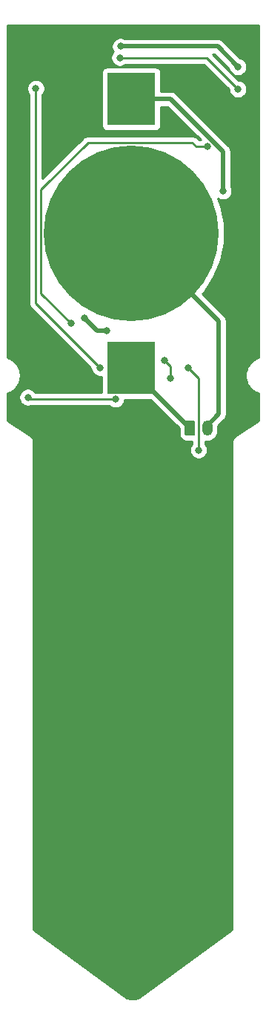
<source format=gbr>
G04 #@! TF.GenerationSoftware,KiCad,Pcbnew,(5.1.2-1)-1*
G04 #@! TF.CreationDate,2021-02-06T11:05:53+01:00*
G04 #@! TF.ProjectId,parasite,70617261-7369-4746-952e-6b696361645f,1.1.0*
G04 #@! TF.SameCoordinates,Original*
G04 #@! TF.FileFunction,Copper,L2,Bot*
G04 #@! TF.FilePolarity,Positive*
%FSLAX46Y46*%
G04 Gerber Fmt 4.6, Leading zero omitted, Abs format (unit mm)*
G04 Created by KiCad (PCBNEW (5.1.2-1)-1) date 2021-02-06 11:05:53*
%MOMM*%
%LPD*%
G04 APERTURE LIST*
%ADD10R,5.499999X6.000001*%
%ADD11C,20.000001*%
%ADD12O,1.200000X1.750000*%
%ADD13C,0.100000*%
%ADD14C,1.200000*%
%ADD15C,0.800000*%
%ADD16C,0.500000*%
%ADD17C,0.250000*%
%ADD18C,0.254000*%
G04 APERTURE END LIST*
D10*
X117800000Y-87600000D03*
X117800000Y-57000000D03*
D11*
X117800000Y-72300000D03*
D12*
X126500000Y-94500000D03*
D13*
G36*
X124874505Y-93626204D02*
G01*
X124898773Y-93629804D01*
X124922572Y-93635765D01*
X124945671Y-93644030D01*
X124967850Y-93654520D01*
X124988893Y-93667132D01*
X125008599Y-93681747D01*
X125026777Y-93698223D01*
X125043253Y-93716401D01*
X125057868Y-93736107D01*
X125070480Y-93757150D01*
X125080970Y-93779329D01*
X125089235Y-93802428D01*
X125095196Y-93826227D01*
X125098796Y-93850495D01*
X125100000Y-93874999D01*
X125100000Y-95125001D01*
X125098796Y-95149505D01*
X125095196Y-95173773D01*
X125089235Y-95197572D01*
X125080970Y-95220671D01*
X125070480Y-95242850D01*
X125057868Y-95263893D01*
X125043253Y-95283599D01*
X125026777Y-95301777D01*
X125008599Y-95318253D01*
X124988893Y-95332868D01*
X124967850Y-95345480D01*
X124945671Y-95355970D01*
X124922572Y-95364235D01*
X124898773Y-95370196D01*
X124874505Y-95373796D01*
X124850001Y-95375000D01*
X124149999Y-95375000D01*
X124125495Y-95373796D01*
X124101227Y-95370196D01*
X124077428Y-95364235D01*
X124054329Y-95355970D01*
X124032150Y-95345480D01*
X124011107Y-95332868D01*
X123991401Y-95318253D01*
X123973223Y-95301777D01*
X123956747Y-95283599D01*
X123942132Y-95263893D01*
X123929520Y-95242850D01*
X123919030Y-95220671D01*
X123910765Y-95197572D01*
X123904804Y-95173773D01*
X123901204Y-95149505D01*
X123900000Y-95125001D01*
X123900000Y-93874999D01*
X123901204Y-93850495D01*
X123904804Y-93826227D01*
X123910765Y-93802428D01*
X123919030Y-93779329D01*
X123929520Y-93757150D01*
X123942132Y-93736107D01*
X123956747Y-93716401D01*
X123973223Y-93698223D01*
X123991401Y-93681747D01*
X124011107Y-93667132D01*
X124032150Y-93654520D01*
X124054329Y-93644030D01*
X124077428Y-93635765D01*
X124101227Y-93629804D01*
X124125495Y-93626204D01*
X124149999Y-93625000D01*
X124850001Y-93625000D01*
X124874505Y-93626204D01*
X124874505Y-93626204D01*
G37*
D14*
X124500000Y-94500000D03*
D15*
X117062500Y-93500000D03*
X113200000Y-96100000D03*
X109700000Y-88500000D03*
X127600000Y-78500000D03*
X112500000Y-58000000D03*
X122300000Y-88800000D03*
X121587347Y-86787347D03*
X114200000Y-87600000D03*
X106900000Y-55800000D03*
X116580002Y-51015000D03*
X130000000Y-53340000D03*
X115000000Y-83400000D03*
X112500000Y-82000000D03*
X128300000Y-67500000D03*
X125500000Y-97000000D03*
X124300000Y-87600000D03*
X116500000Y-52300000D03*
X130000000Y-55880000D03*
X116000000Y-91200003D03*
X106000000Y-91000000D03*
X126500000Y-62445000D03*
X110900000Y-82600000D03*
X110300000Y-72600000D03*
D16*
X115800000Y-93500000D02*
X113200000Y-96100000D01*
X117062500Y-93500000D02*
X115800000Y-93500000D01*
D17*
X122300000Y-87500000D02*
X121587347Y-86787347D01*
X122300000Y-88800000D02*
X122300000Y-87500000D01*
X106900000Y-80300000D02*
X106900000Y-55800000D01*
X114200000Y-87600000D02*
X106900000Y-80300000D01*
D16*
X127675000Y-51015000D02*
X130000000Y-53340000D01*
X116580002Y-51015000D02*
X127675000Y-51015000D01*
X117800000Y-87800000D02*
X117800000Y-87600000D01*
X124500000Y-94500000D02*
X117800000Y-87800000D01*
X122313002Y-57000000D02*
X121049999Y-57000000D01*
X128300000Y-62986998D02*
X122313002Y-57000000D01*
X121049999Y-57000000D02*
X117800000Y-57000000D01*
X128300000Y-67500000D02*
X128300000Y-62986998D01*
X113900000Y-83400000D02*
X112500000Y-82000000D01*
X115000000Y-83400000D02*
X113900000Y-83400000D01*
D17*
X125500000Y-88800000D02*
X124300000Y-87600000D01*
X125500000Y-97000000D02*
X125500000Y-88800000D01*
X126420000Y-52300000D02*
X127794999Y-53674999D01*
X127794999Y-53674999D02*
X130000000Y-55880000D01*
X116500000Y-52300000D02*
X126420000Y-52300000D01*
X106200003Y-91200003D02*
X106000000Y-91000000D01*
X116000000Y-91200003D02*
X106200003Y-91200003D01*
X112843999Y-61974999D02*
X107900000Y-66918998D01*
X124779999Y-61974999D02*
X112843999Y-61974999D01*
X125250000Y-62445000D02*
X124779999Y-61974999D01*
X126500000Y-62445000D02*
X125250000Y-62445000D01*
X107474999Y-79174999D02*
X110900000Y-82600000D01*
X107474999Y-67343999D02*
X107474999Y-79174999D01*
X107900000Y-66918998D02*
X107474999Y-67343999D01*
D16*
X127799999Y-92925001D02*
X127799999Y-82299999D01*
X127799999Y-82299999D02*
X117800000Y-72300000D01*
X126500000Y-94225000D02*
X127799999Y-92925001D01*
X126500000Y-94500000D02*
X126500000Y-94225000D01*
X117800000Y-72300000D02*
X117500000Y-72600000D01*
D18*
G36*
X132340001Y-86450801D02*
G01*
X132209523Y-86492191D01*
X132154588Y-86515737D01*
X132099235Y-86538551D01*
X132091129Y-86542935D01*
X131834592Y-86683968D01*
X131785247Y-86717755D01*
X131735409Y-86750867D01*
X131728309Y-86756741D01*
X131504051Y-86944916D01*
X131462207Y-86987646D01*
X131419751Y-87029806D01*
X131413927Y-87036947D01*
X131230491Y-87265097D01*
X131197744Y-87315139D01*
X131164286Y-87364742D01*
X131159960Y-87372879D01*
X131024330Y-87632313D01*
X131001918Y-87687785D01*
X130978740Y-87742923D01*
X130976077Y-87751745D01*
X130893422Y-88032583D01*
X130882224Y-88091284D01*
X130870184Y-88149940D01*
X130869285Y-88159112D01*
X130842753Y-88450656D01*
X130843171Y-88510472D01*
X130842753Y-88570288D01*
X130843652Y-88579460D01*
X130874252Y-88870605D01*
X130886283Y-88929217D01*
X130897489Y-88987963D01*
X130900153Y-88996784D01*
X130986721Y-89276440D01*
X131009899Y-89331578D01*
X131032311Y-89387050D01*
X131036638Y-89395186D01*
X131175877Y-89652702D01*
X131209304Y-89702259D01*
X131242080Y-89752347D01*
X131247905Y-89759488D01*
X131434510Y-89985056D01*
X131476965Y-90027215D01*
X131518809Y-90069945D01*
X131525909Y-90075819D01*
X131752773Y-90260845D01*
X131802566Y-90293927D01*
X131851955Y-90327745D01*
X131860061Y-90332127D01*
X132118542Y-90469564D01*
X132173836Y-90492355D01*
X132228829Y-90515925D01*
X132237632Y-90518650D01*
X132340000Y-90549557D01*
X132340001Y-93646778D01*
X129660588Y-95433054D01*
X129631550Y-95448575D01*
X129581287Y-95489825D01*
X129531543Y-95530562D01*
X129531323Y-95530830D01*
X129531052Y-95531052D01*
X129489702Y-95581438D01*
X129448962Y-95630974D01*
X129448799Y-95631278D01*
X129448575Y-95631551D01*
X129417976Y-95688798D01*
X129387556Y-95745566D01*
X129387454Y-95745901D01*
X129387290Y-95746208D01*
X129368356Y-95808623D01*
X129349687Y-95869938D01*
X129349653Y-95870278D01*
X129349550Y-95870618D01*
X129343124Y-95935859D01*
X129336808Y-95999307D01*
X129340000Y-96032066D01*
X129340001Y-151663912D01*
X118721338Y-159386575D01*
X118314733Y-159479214D01*
X117827192Y-159493131D01*
X117323567Y-159408264D01*
X117297780Y-159400478D01*
X106660000Y-151663913D01*
X106660000Y-96032065D01*
X106663192Y-95999306D01*
X106656876Y-95935858D01*
X106650450Y-95870617D01*
X106650347Y-95870277D01*
X106650313Y-95869937D01*
X106631644Y-95808622D01*
X106612710Y-95746207D01*
X106612546Y-95745900D01*
X106612444Y-95745565D01*
X106582024Y-95688797D01*
X106551425Y-95631550D01*
X106551201Y-95631277D01*
X106551038Y-95630973D01*
X106510105Y-95581201D01*
X106468948Y-95531052D01*
X106468680Y-95530832D01*
X106468457Y-95530561D01*
X106417903Y-95489161D01*
X106368449Y-95448575D01*
X106339423Y-95433061D01*
X103660000Y-93646779D01*
X103660000Y-90898061D01*
X104965000Y-90898061D01*
X104965000Y-91101939D01*
X105004774Y-91301898D01*
X105082795Y-91490256D01*
X105196063Y-91659774D01*
X105340226Y-91803937D01*
X105509744Y-91917205D01*
X105698102Y-91995226D01*
X105898061Y-92035000D01*
X106101939Y-92035000D01*
X106301898Y-91995226D01*
X106386933Y-91960003D01*
X115296289Y-91960003D01*
X115340226Y-92003940D01*
X115509744Y-92117208D01*
X115698102Y-92195229D01*
X115898061Y-92235003D01*
X116101939Y-92235003D01*
X116301898Y-92195229D01*
X116490256Y-92117208D01*
X116659774Y-92003940D01*
X116803937Y-91859777D01*
X116917205Y-91690259D01*
X116995226Y-91501901D01*
X117035000Y-91301942D01*
X117035000Y-91238072D01*
X119986494Y-91238072D01*
X123261928Y-94513507D01*
X123261928Y-95125001D01*
X123278992Y-95298255D01*
X123329528Y-95464851D01*
X123411595Y-95618387D01*
X123522038Y-95752962D01*
X123656613Y-95863405D01*
X123810149Y-95945472D01*
X123976745Y-95996008D01*
X124149999Y-96013072D01*
X124740000Y-96013072D01*
X124740000Y-96296289D01*
X124696063Y-96340226D01*
X124582795Y-96509744D01*
X124504774Y-96698102D01*
X124465000Y-96898061D01*
X124465000Y-97101939D01*
X124504774Y-97301898D01*
X124582795Y-97490256D01*
X124696063Y-97659774D01*
X124840226Y-97803937D01*
X125009744Y-97917205D01*
X125198102Y-97995226D01*
X125398061Y-98035000D01*
X125601939Y-98035000D01*
X125801898Y-97995226D01*
X125990256Y-97917205D01*
X126159774Y-97803937D01*
X126303937Y-97659774D01*
X126417205Y-97490256D01*
X126495226Y-97301898D01*
X126535000Y-97101939D01*
X126535000Y-96898061D01*
X126495226Y-96698102D01*
X126417205Y-96509744D01*
X126303937Y-96340226D01*
X126260000Y-96296289D01*
X126260000Y-95992337D01*
X126500000Y-96015975D01*
X126742102Y-95992130D01*
X126974901Y-95921511D01*
X127189449Y-95806833D01*
X127377502Y-95652502D01*
X127531833Y-95464449D01*
X127646511Y-95249900D01*
X127717130Y-95017101D01*
X127735000Y-94835664D01*
X127735000Y-94241578D01*
X128395049Y-93581530D01*
X128428816Y-93553818D01*
X128539410Y-93419060D01*
X128621588Y-93265314D01*
X128672194Y-93098491D01*
X128684999Y-92968478D01*
X128684999Y-92968468D01*
X128689280Y-92925002D01*
X128684999Y-92881536D01*
X128684999Y-82343464D01*
X128689280Y-82299998D01*
X128684999Y-82256532D01*
X128684999Y-82256522D01*
X128672194Y-82126509D01*
X128621588Y-81959686D01*
X128539410Y-81805940D01*
X128428816Y-81671182D01*
X128395048Y-81643469D01*
X125945870Y-79194291D01*
X126060744Y-79079417D01*
X127224615Y-77337561D01*
X128026303Y-75402115D01*
X128435000Y-73347456D01*
X128435000Y-71252544D01*
X128026303Y-69197885D01*
X127662061Y-68318526D01*
X127809744Y-68417205D01*
X127998102Y-68495226D01*
X128198061Y-68535000D01*
X128401939Y-68535000D01*
X128601898Y-68495226D01*
X128790256Y-68417205D01*
X128959774Y-68303937D01*
X129103937Y-68159774D01*
X129217205Y-67990256D01*
X129295226Y-67801898D01*
X129335000Y-67601939D01*
X129335000Y-67398061D01*
X129295226Y-67198102D01*
X129217205Y-67009744D01*
X129185000Y-66961546D01*
X129185000Y-63030467D01*
X129189281Y-62986998D01*
X129185000Y-62943529D01*
X129185000Y-62943521D01*
X129172195Y-62813508D01*
X129121589Y-62646685D01*
X129039411Y-62492939D01*
X128962543Y-62399276D01*
X128956532Y-62391951D01*
X128956530Y-62391949D01*
X128928817Y-62358181D01*
X128895049Y-62330468D01*
X122969536Y-56404956D01*
X122941819Y-56371183D01*
X122807061Y-56260589D01*
X122653315Y-56178411D01*
X122486492Y-56127805D01*
X122356479Y-56115000D01*
X122356471Y-56115000D01*
X122313002Y-56110719D01*
X122269533Y-56115000D01*
X121188071Y-56115000D01*
X121188071Y-54000000D01*
X121175811Y-53875518D01*
X121139501Y-53755820D01*
X121080536Y-53645506D01*
X121001184Y-53548815D01*
X120904493Y-53469463D01*
X120794179Y-53410498D01*
X120674481Y-53374188D01*
X120549999Y-53361928D01*
X115050001Y-53361928D01*
X114925519Y-53374188D01*
X114805821Y-53410498D01*
X114695507Y-53469463D01*
X114598816Y-53548815D01*
X114519464Y-53645506D01*
X114460499Y-53755820D01*
X114424189Y-53875518D01*
X114411929Y-54000000D01*
X114411929Y-60000000D01*
X114424189Y-60124482D01*
X114460499Y-60244180D01*
X114519464Y-60354494D01*
X114598816Y-60451185D01*
X114695507Y-60530537D01*
X114805821Y-60589502D01*
X114925519Y-60625812D01*
X115050001Y-60638072D01*
X120549999Y-60638072D01*
X120674481Y-60625812D01*
X120794179Y-60589502D01*
X120904493Y-60530537D01*
X121001184Y-60451185D01*
X121080536Y-60354494D01*
X121139501Y-60244180D01*
X121175811Y-60124482D01*
X121188071Y-60000000D01*
X121188071Y-57885000D01*
X121946424Y-57885000D01*
X125746423Y-61685000D01*
X125564801Y-61685000D01*
X125343803Y-61464002D01*
X125320000Y-61434998D01*
X125204275Y-61340025D01*
X125072246Y-61269453D01*
X124928985Y-61225996D01*
X124817332Y-61214999D01*
X124817321Y-61214999D01*
X124779999Y-61211323D01*
X124742677Y-61214999D01*
X112881321Y-61214999D01*
X112843998Y-61211323D01*
X112806675Y-61214999D01*
X112806666Y-61214999D01*
X112695013Y-61225996D01*
X112551752Y-61269453D01*
X112419723Y-61340025D01*
X112419721Y-61340026D01*
X112419722Y-61340026D01*
X112332995Y-61411200D01*
X112332991Y-61411204D01*
X112303998Y-61434998D01*
X112280204Y-61463991D01*
X107660000Y-66084197D01*
X107660000Y-56503711D01*
X107703937Y-56459774D01*
X107817205Y-56290256D01*
X107895226Y-56101898D01*
X107935000Y-55901939D01*
X107935000Y-55698061D01*
X107895226Y-55498102D01*
X107817205Y-55309744D01*
X107703937Y-55140226D01*
X107559774Y-54996063D01*
X107390256Y-54882795D01*
X107201898Y-54804774D01*
X107001939Y-54765000D01*
X106798061Y-54765000D01*
X106598102Y-54804774D01*
X106409744Y-54882795D01*
X106240226Y-54996063D01*
X106096063Y-55140226D01*
X105982795Y-55309744D01*
X105904774Y-55498102D01*
X105865000Y-55698061D01*
X105865000Y-55901939D01*
X105904774Y-56101898D01*
X105982795Y-56290256D01*
X106096063Y-56459774D01*
X106140001Y-56503712D01*
X106140000Y-80262678D01*
X106136324Y-80300000D01*
X106140000Y-80337322D01*
X106140000Y-80337332D01*
X106150997Y-80448985D01*
X106184898Y-80560744D01*
X106194454Y-80592246D01*
X106265026Y-80724276D01*
X106304871Y-80772826D01*
X106359999Y-80840001D01*
X106389003Y-80863804D01*
X113165000Y-87639802D01*
X113165000Y-87701939D01*
X113204774Y-87901898D01*
X113282795Y-88090256D01*
X113396063Y-88259774D01*
X113540226Y-88403937D01*
X113709744Y-88517205D01*
X113898102Y-88595226D01*
X114098061Y-88635000D01*
X114301939Y-88635000D01*
X114411929Y-88613122D01*
X114411929Y-90440003D01*
X106870606Y-90440003D01*
X106803937Y-90340226D01*
X106659774Y-90196063D01*
X106490256Y-90082795D01*
X106301898Y-90004774D01*
X106101939Y-89965000D01*
X105898061Y-89965000D01*
X105698102Y-90004774D01*
X105509744Y-90082795D01*
X105340226Y-90196063D01*
X105196063Y-90340226D01*
X105082795Y-90509744D01*
X105004774Y-90698102D01*
X104965000Y-90898061D01*
X103660000Y-90898061D01*
X103660000Y-90549198D01*
X103790476Y-90507809D01*
X103845412Y-90484263D01*
X103900764Y-90461449D01*
X103908870Y-90457065D01*
X104165408Y-90316032D01*
X104214753Y-90282245D01*
X104264591Y-90249133D01*
X104271691Y-90243259D01*
X104495949Y-90055084D01*
X104537793Y-90012354D01*
X104580248Y-89970195D01*
X104586072Y-89963053D01*
X104769509Y-89734903D01*
X104802251Y-89684869D01*
X104835714Y-89635258D01*
X104840040Y-89627122D01*
X104975670Y-89367687D01*
X104998082Y-89312215D01*
X105021260Y-89257077D01*
X105023923Y-89248255D01*
X105106578Y-88967417D01*
X105117785Y-88908669D01*
X105129816Y-88850059D01*
X105130715Y-88840888D01*
X105157247Y-88549344D01*
X105156829Y-88489528D01*
X105157247Y-88429712D01*
X105156348Y-88420541D01*
X105125748Y-88129395D01*
X105113710Y-88070753D01*
X105102510Y-88012037D01*
X105099847Y-88003216D01*
X105013279Y-87723560D01*
X104990101Y-87668422D01*
X104967689Y-87612950D01*
X104963362Y-87604814D01*
X104824123Y-87347298D01*
X104790701Y-87297749D01*
X104757920Y-87247653D01*
X104752095Y-87240512D01*
X104565490Y-87014945D01*
X104523054Y-86972804D01*
X104481191Y-86930055D01*
X104474091Y-86924181D01*
X104247227Y-86739155D01*
X104197408Y-86706055D01*
X104148045Y-86672256D01*
X104139939Y-86667873D01*
X103881458Y-86530436D01*
X103826164Y-86507645D01*
X103771171Y-86484075D01*
X103762368Y-86481350D01*
X103660000Y-86450443D01*
X103660000Y-52198061D01*
X115465000Y-52198061D01*
X115465000Y-52401939D01*
X115504774Y-52601898D01*
X115582795Y-52790256D01*
X115696063Y-52959774D01*
X115840226Y-53103937D01*
X116009744Y-53217205D01*
X116198102Y-53295226D01*
X116398061Y-53335000D01*
X116601939Y-53335000D01*
X116801898Y-53295226D01*
X116990256Y-53217205D01*
X117159774Y-53103937D01*
X117203711Y-53060000D01*
X126105199Y-53060000D01*
X127283996Y-54238798D01*
X127284001Y-54238802D01*
X128965000Y-55919802D01*
X128965000Y-55981939D01*
X129004774Y-56181898D01*
X129082795Y-56370256D01*
X129196063Y-56539774D01*
X129340226Y-56683937D01*
X129509744Y-56797205D01*
X129698102Y-56875226D01*
X129898061Y-56915000D01*
X130101939Y-56915000D01*
X130301898Y-56875226D01*
X130490256Y-56797205D01*
X130659774Y-56683937D01*
X130803937Y-56539774D01*
X130917205Y-56370256D01*
X130995226Y-56181898D01*
X131035000Y-55981939D01*
X131035000Y-55778061D01*
X130995226Y-55578102D01*
X130917205Y-55389744D01*
X130803937Y-55220226D01*
X130659774Y-55076063D01*
X130490256Y-54962795D01*
X130301898Y-54884774D01*
X130101939Y-54845000D01*
X130039802Y-54845000D01*
X128358802Y-53164001D01*
X128358798Y-53163996D01*
X127094801Y-51900000D01*
X127308422Y-51900000D01*
X128993465Y-53585044D01*
X129004774Y-53641898D01*
X129082795Y-53830256D01*
X129196063Y-53999774D01*
X129340226Y-54143937D01*
X129509744Y-54257205D01*
X129698102Y-54335226D01*
X129898061Y-54375000D01*
X130101939Y-54375000D01*
X130301898Y-54335226D01*
X130490256Y-54257205D01*
X130659774Y-54143937D01*
X130803937Y-53999774D01*
X130917205Y-53830256D01*
X130995226Y-53641898D01*
X131035000Y-53441939D01*
X131035000Y-53238061D01*
X130995226Y-53038102D01*
X130917205Y-52849744D01*
X130803937Y-52680226D01*
X130659774Y-52536063D01*
X130490256Y-52422795D01*
X130301898Y-52344774D01*
X130245044Y-52333465D01*
X128331534Y-50419956D01*
X128303817Y-50386183D01*
X128169059Y-50275589D01*
X128015313Y-50193411D01*
X127848490Y-50142805D01*
X127718477Y-50130000D01*
X127718469Y-50130000D01*
X127675000Y-50125719D01*
X127631531Y-50130000D01*
X117118456Y-50130000D01*
X117070258Y-50097795D01*
X116881900Y-50019774D01*
X116681941Y-49980000D01*
X116478063Y-49980000D01*
X116278104Y-50019774D01*
X116089746Y-50097795D01*
X115920228Y-50211063D01*
X115776065Y-50355226D01*
X115662797Y-50524744D01*
X115584776Y-50713102D01*
X115545002Y-50913061D01*
X115545002Y-51116939D01*
X115584776Y-51316898D01*
X115662797Y-51505256D01*
X115730183Y-51606106D01*
X115696063Y-51640226D01*
X115582795Y-51809744D01*
X115504774Y-51998102D01*
X115465000Y-52198061D01*
X103660000Y-52198061D01*
X103660000Y-48627000D01*
X132340000Y-48627000D01*
X132340001Y-86450801D01*
X132340001Y-86450801D01*
G37*
X132340001Y-86450801D02*
X132209523Y-86492191D01*
X132154588Y-86515737D01*
X132099235Y-86538551D01*
X132091129Y-86542935D01*
X131834592Y-86683968D01*
X131785247Y-86717755D01*
X131735409Y-86750867D01*
X131728309Y-86756741D01*
X131504051Y-86944916D01*
X131462207Y-86987646D01*
X131419751Y-87029806D01*
X131413927Y-87036947D01*
X131230491Y-87265097D01*
X131197744Y-87315139D01*
X131164286Y-87364742D01*
X131159960Y-87372879D01*
X131024330Y-87632313D01*
X131001918Y-87687785D01*
X130978740Y-87742923D01*
X130976077Y-87751745D01*
X130893422Y-88032583D01*
X130882224Y-88091284D01*
X130870184Y-88149940D01*
X130869285Y-88159112D01*
X130842753Y-88450656D01*
X130843171Y-88510472D01*
X130842753Y-88570288D01*
X130843652Y-88579460D01*
X130874252Y-88870605D01*
X130886283Y-88929217D01*
X130897489Y-88987963D01*
X130900153Y-88996784D01*
X130986721Y-89276440D01*
X131009899Y-89331578D01*
X131032311Y-89387050D01*
X131036638Y-89395186D01*
X131175877Y-89652702D01*
X131209304Y-89702259D01*
X131242080Y-89752347D01*
X131247905Y-89759488D01*
X131434510Y-89985056D01*
X131476965Y-90027215D01*
X131518809Y-90069945D01*
X131525909Y-90075819D01*
X131752773Y-90260845D01*
X131802566Y-90293927D01*
X131851955Y-90327745D01*
X131860061Y-90332127D01*
X132118542Y-90469564D01*
X132173836Y-90492355D01*
X132228829Y-90515925D01*
X132237632Y-90518650D01*
X132340000Y-90549557D01*
X132340001Y-93646778D01*
X129660588Y-95433054D01*
X129631550Y-95448575D01*
X129581287Y-95489825D01*
X129531543Y-95530562D01*
X129531323Y-95530830D01*
X129531052Y-95531052D01*
X129489702Y-95581438D01*
X129448962Y-95630974D01*
X129448799Y-95631278D01*
X129448575Y-95631551D01*
X129417976Y-95688798D01*
X129387556Y-95745566D01*
X129387454Y-95745901D01*
X129387290Y-95746208D01*
X129368356Y-95808623D01*
X129349687Y-95869938D01*
X129349653Y-95870278D01*
X129349550Y-95870618D01*
X129343124Y-95935859D01*
X129336808Y-95999307D01*
X129340000Y-96032066D01*
X129340001Y-151663912D01*
X118721338Y-159386575D01*
X118314733Y-159479214D01*
X117827192Y-159493131D01*
X117323567Y-159408264D01*
X117297780Y-159400478D01*
X106660000Y-151663913D01*
X106660000Y-96032065D01*
X106663192Y-95999306D01*
X106656876Y-95935858D01*
X106650450Y-95870617D01*
X106650347Y-95870277D01*
X106650313Y-95869937D01*
X106631644Y-95808622D01*
X106612710Y-95746207D01*
X106612546Y-95745900D01*
X106612444Y-95745565D01*
X106582024Y-95688797D01*
X106551425Y-95631550D01*
X106551201Y-95631277D01*
X106551038Y-95630973D01*
X106510105Y-95581201D01*
X106468948Y-95531052D01*
X106468680Y-95530832D01*
X106468457Y-95530561D01*
X106417903Y-95489161D01*
X106368449Y-95448575D01*
X106339423Y-95433061D01*
X103660000Y-93646779D01*
X103660000Y-90898061D01*
X104965000Y-90898061D01*
X104965000Y-91101939D01*
X105004774Y-91301898D01*
X105082795Y-91490256D01*
X105196063Y-91659774D01*
X105340226Y-91803937D01*
X105509744Y-91917205D01*
X105698102Y-91995226D01*
X105898061Y-92035000D01*
X106101939Y-92035000D01*
X106301898Y-91995226D01*
X106386933Y-91960003D01*
X115296289Y-91960003D01*
X115340226Y-92003940D01*
X115509744Y-92117208D01*
X115698102Y-92195229D01*
X115898061Y-92235003D01*
X116101939Y-92235003D01*
X116301898Y-92195229D01*
X116490256Y-92117208D01*
X116659774Y-92003940D01*
X116803937Y-91859777D01*
X116917205Y-91690259D01*
X116995226Y-91501901D01*
X117035000Y-91301942D01*
X117035000Y-91238072D01*
X119986494Y-91238072D01*
X123261928Y-94513507D01*
X123261928Y-95125001D01*
X123278992Y-95298255D01*
X123329528Y-95464851D01*
X123411595Y-95618387D01*
X123522038Y-95752962D01*
X123656613Y-95863405D01*
X123810149Y-95945472D01*
X123976745Y-95996008D01*
X124149999Y-96013072D01*
X124740000Y-96013072D01*
X124740000Y-96296289D01*
X124696063Y-96340226D01*
X124582795Y-96509744D01*
X124504774Y-96698102D01*
X124465000Y-96898061D01*
X124465000Y-97101939D01*
X124504774Y-97301898D01*
X124582795Y-97490256D01*
X124696063Y-97659774D01*
X124840226Y-97803937D01*
X125009744Y-97917205D01*
X125198102Y-97995226D01*
X125398061Y-98035000D01*
X125601939Y-98035000D01*
X125801898Y-97995226D01*
X125990256Y-97917205D01*
X126159774Y-97803937D01*
X126303937Y-97659774D01*
X126417205Y-97490256D01*
X126495226Y-97301898D01*
X126535000Y-97101939D01*
X126535000Y-96898061D01*
X126495226Y-96698102D01*
X126417205Y-96509744D01*
X126303937Y-96340226D01*
X126260000Y-96296289D01*
X126260000Y-95992337D01*
X126500000Y-96015975D01*
X126742102Y-95992130D01*
X126974901Y-95921511D01*
X127189449Y-95806833D01*
X127377502Y-95652502D01*
X127531833Y-95464449D01*
X127646511Y-95249900D01*
X127717130Y-95017101D01*
X127735000Y-94835664D01*
X127735000Y-94241578D01*
X128395049Y-93581530D01*
X128428816Y-93553818D01*
X128539410Y-93419060D01*
X128621588Y-93265314D01*
X128672194Y-93098491D01*
X128684999Y-92968478D01*
X128684999Y-92968468D01*
X128689280Y-92925002D01*
X128684999Y-92881536D01*
X128684999Y-82343464D01*
X128689280Y-82299998D01*
X128684999Y-82256532D01*
X128684999Y-82256522D01*
X128672194Y-82126509D01*
X128621588Y-81959686D01*
X128539410Y-81805940D01*
X128428816Y-81671182D01*
X128395048Y-81643469D01*
X125945870Y-79194291D01*
X126060744Y-79079417D01*
X127224615Y-77337561D01*
X128026303Y-75402115D01*
X128435000Y-73347456D01*
X128435000Y-71252544D01*
X128026303Y-69197885D01*
X127662061Y-68318526D01*
X127809744Y-68417205D01*
X127998102Y-68495226D01*
X128198061Y-68535000D01*
X128401939Y-68535000D01*
X128601898Y-68495226D01*
X128790256Y-68417205D01*
X128959774Y-68303937D01*
X129103937Y-68159774D01*
X129217205Y-67990256D01*
X129295226Y-67801898D01*
X129335000Y-67601939D01*
X129335000Y-67398061D01*
X129295226Y-67198102D01*
X129217205Y-67009744D01*
X129185000Y-66961546D01*
X129185000Y-63030467D01*
X129189281Y-62986998D01*
X129185000Y-62943529D01*
X129185000Y-62943521D01*
X129172195Y-62813508D01*
X129121589Y-62646685D01*
X129039411Y-62492939D01*
X128962543Y-62399276D01*
X128956532Y-62391951D01*
X128956530Y-62391949D01*
X128928817Y-62358181D01*
X128895049Y-62330468D01*
X122969536Y-56404956D01*
X122941819Y-56371183D01*
X122807061Y-56260589D01*
X122653315Y-56178411D01*
X122486492Y-56127805D01*
X122356479Y-56115000D01*
X122356471Y-56115000D01*
X122313002Y-56110719D01*
X122269533Y-56115000D01*
X121188071Y-56115000D01*
X121188071Y-54000000D01*
X121175811Y-53875518D01*
X121139501Y-53755820D01*
X121080536Y-53645506D01*
X121001184Y-53548815D01*
X120904493Y-53469463D01*
X120794179Y-53410498D01*
X120674481Y-53374188D01*
X120549999Y-53361928D01*
X115050001Y-53361928D01*
X114925519Y-53374188D01*
X114805821Y-53410498D01*
X114695507Y-53469463D01*
X114598816Y-53548815D01*
X114519464Y-53645506D01*
X114460499Y-53755820D01*
X114424189Y-53875518D01*
X114411929Y-54000000D01*
X114411929Y-60000000D01*
X114424189Y-60124482D01*
X114460499Y-60244180D01*
X114519464Y-60354494D01*
X114598816Y-60451185D01*
X114695507Y-60530537D01*
X114805821Y-60589502D01*
X114925519Y-60625812D01*
X115050001Y-60638072D01*
X120549999Y-60638072D01*
X120674481Y-60625812D01*
X120794179Y-60589502D01*
X120904493Y-60530537D01*
X121001184Y-60451185D01*
X121080536Y-60354494D01*
X121139501Y-60244180D01*
X121175811Y-60124482D01*
X121188071Y-60000000D01*
X121188071Y-57885000D01*
X121946424Y-57885000D01*
X125746423Y-61685000D01*
X125564801Y-61685000D01*
X125343803Y-61464002D01*
X125320000Y-61434998D01*
X125204275Y-61340025D01*
X125072246Y-61269453D01*
X124928985Y-61225996D01*
X124817332Y-61214999D01*
X124817321Y-61214999D01*
X124779999Y-61211323D01*
X124742677Y-61214999D01*
X112881321Y-61214999D01*
X112843998Y-61211323D01*
X112806675Y-61214999D01*
X112806666Y-61214999D01*
X112695013Y-61225996D01*
X112551752Y-61269453D01*
X112419723Y-61340025D01*
X112419721Y-61340026D01*
X112419722Y-61340026D01*
X112332995Y-61411200D01*
X112332991Y-61411204D01*
X112303998Y-61434998D01*
X112280204Y-61463991D01*
X107660000Y-66084197D01*
X107660000Y-56503711D01*
X107703937Y-56459774D01*
X107817205Y-56290256D01*
X107895226Y-56101898D01*
X107935000Y-55901939D01*
X107935000Y-55698061D01*
X107895226Y-55498102D01*
X107817205Y-55309744D01*
X107703937Y-55140226D01*
X107559774Y-54996063D01*
X107390256Y-54882795D01*
X107201898Y-54804774D01*
X107001939Y-54765000D01*
X106798061Y-54765000D01*
X106598102Y-54804774D01*
X106409744Y-54882795D01*
X106240226Y-54996063D01*
X106096063Y-55140226D01*
X105982795Y-55309744D01*
X105904774Y-55498102D01*
X105865000Y-55698061D01*
X105865000Y-55901939D01*
X105904774Y-56101898D01*
X105982795Y-56290256D01*
X106096063Y-56459774D01*
X106140001Y-56503712D01*
X106140000Y-80262678D01*
X106136324Y-80300000D01*
X106140000Y-80337322D01*
X106140000Y-80337332D01*
X106150997Y-80448985D01*
X106184898Y-80560744D01*
X106194454Y-80592246D01*
X106265026Y-80724276D01*
X106304871Y-80772826D01*
X106359999Y-80840001D01*
X106389003Y-80863804D01*
X113165000Y-87639802D01*
X113165000Y-87701939D01*
X113204774Y-87901898D01*
X113282795Y-88090256D01*
X113396063Y-88259774D01*
X113540226Y-88403937D01*
X113709744Y-88517205D01*
X113898102Y-88595226D01*
X114098061Y-88635000D01*
X114301939Y-88635000D01*
X114411929Y-88613122D01*
X114411929Y-90440003D01*
X106870606Y-90440003D01*
X106803937Y-90340226D01*
X106659774Y-90196063D01*
X106490256Y-90082795D01*
X106301898Y-90004774D01*
X106101939Y-89965000D01*
X105898061Y-89965000D01*
X105698102Y-90004774D01*
X105509744Y-90082795D01*
X105340226Y-90196063D01*
X105196063Y-90340226D01*
X105082795Y-90509744D01*
X105004774Y-90698102D01*
X104965000Y-90898061D01*
X103660000Y-90898061D01*
X103660000Y-90549198D01*
X103790476Y-90507809D01*
X103845412Y-90484263D01*
X103900764Y-90461449D01*
X103908870Y-90457065D01*
X104165408Y-90316032D01*
X104214753Y-90282245D01*
X104264591Y-90249133D01*
X104271691Y-90243259D01*
X104495949Y-90055084D01*
X104537793Y-90012354D01*
X104580248Y-89970195D01*
X104586072Y-89963053D01*
X104769509Y-89734903D01*
X104802251Y-89684869D01*
X104835714Y-89635258D01*
X104840040Y-89627122D01*
X104975670Y-89367687D01*
X104998082Y-89312215D01*
X105021260Y-89257077D01*
X105023923Y-89248255D01*
X105106578Y-88967417D01*
X105117785Y-88908669D01*
X105129816Y-88850059D01*
X105130715Y-88840888D01*
X105157247Y-88549344D01*
X105156829Y-88489528D01*
X105157247Y-88429712D01*
X105156348Y-88420541D01*
X105125748Y-88129395D01*
X105113710Y-88070753D01*
X105102510Y-88012037D01*
X105099847Y-88003216D01*
X105013279Y-87723560D01*
X104990101Y-87668422D01*
X104967689Y-87612950D01*
X104963362Y-87604814D01*
X104824123Y-87347298D01*
X104790701Y-87297749D01*
X104757920Y-87247653D01*
X104752095Y-87240512D01*
X104565490Y-87014945D01*
X104523054Y-86972804D01*
X104481191Y-86930055D01*
X104474091Y-86924181D01*
X104247227Y-86739155D01*
X104197408Y-86706055D01*
X104148045Y-86672256D01*
X104139939Y-86667873D01*
X103881458Y-86530436D01*
X103826164Y-86507645D01*
X103771171Y-86484075D01*
X103762368Y-86481350D01*
X103660000Y-86450443D01*
X103660000Y-52198061D01*
X115465000Y-52198061D01*
X115465000Y-52401939D01*
X115504774Y-52601898D01*
X115582795Y-52790256D01*
X115696063Y-52959774D01*
X115840226Y-53103937D01*
X116009744Y-53217205D01*
X116198102Y-53295226D01*
X116398061Y-53335000D01*
X116601939Y-53335000D01*
X116801898Y-53295226D01*
X116990256Y-53217205D01*
X117159774Y-53103937D01*
X117203711Y-53060000D01*
X126105199Y-53060000D01*
X127283996Y-54238798D01*
X127284001Y-54238802D01*
X128965000Y-55919802D01*
X128965000Y-55981939D01*
X129004774Y-56181898D01*
X129082795Y-56370256D01*
X129196063Y-56539774D01*
X129340226Y-56683937D01*
X129509744Y-56797205D01*
X129698102Y-56875226D01*
X129898061Y-56915000D01*
X130101939Y-56915000D01*
X130301898Y-56875226D01*
X130490256Y-56797205D01*
X130659774Y-56683937D01*
X130803937Y-56539774D01*
X130917205Y-56370256D01*
X130995226Y-56181898D01*
X131035000Y-55981939D01*
X131035000Y-55778061D01*
X130995226Y-55578102D01*
X130917205Y-55389744D01*
X130803937Y-55220226D01*
X130659774Y-55076063D01*
X130490256Y-54962795D01*
X130301898Y-54884774D01*
X130101939Y-54845000D01*
X130039802Y-54845000D01*
X128358802Y-53164001D01*
X128358798Y-53163996D01*
X127094801Y-51900000D01*
X127308422Y-51900000D01*
X128993465Y-53585044D01*
X129004774Y-53641898D01*
X129082795Y-53830256D01*
X129196063Y-53999774D01*
X129340226Y-54143937D01*
X129509744Y-54257205D01*
X129698102Y-54335226D01*
X129898061Y-54375000D01*
X130101939Y-54375000D01*
X130301898Y-54335226D01*
X130490256Y-54257205D01*
X130659774Y-54143937D01*
X130803937Y-53999774D01*
X130917205Y-53830256D01*
X130995226Y-53641898D01*
X131035000Y-53441939D01*
X131035000Y-53238061D01*
X130995226Y-53038102D01*
X130917205Y-52849744D01*
X130803937Y-52680226D01*
X130659774Y-52536063D01*
X130490256Y-52422795D01*
X130301898Y-52344774D01*
X130245044Y-52333465D01*
X128331534Y-50419956D01*
X128303817Y-50386183D01*
X128169059Y-50275589D01*
X128015313Y-50193411D01*
X127848490Y-50142805D01*
X127718477Y-50130000D01*
X127718469Y-50130000D01*
X127675000Y-50125719D01*
X127631531Y-50130000D01*
X117118456Y-50130000D01*
X117070258Y-50097795D01*
X116881900Y-50019774D01*
X116681941Y-49980000D01*
X116478063Y-49980000D01*
X116278104Y-50019774D01*
X116089746Y-50097795D01*
X115920228Y-50211063D01*
X115776065Y-50355226D01*
X115662797Y-50524744D01*
X115584776Y-50713102D01*
X115545002Y-50913061D01*
X115545002Y-51116939D01*
X115584776Y-51316898D01*
X115662797Y-51505256D01*
X115730183Y-51606106D01*
X115696063Y-51640226D01*
X115582795Y-51809744D01*
X115504774Y-51998102D01*
X115465000Y-52198061D01*
X103660000Y-52198061D01*
X103660000Y-48627000D01*
X132340000Y-48627000D01*
X132340001Y-86450801D01*
M02*

</source>
